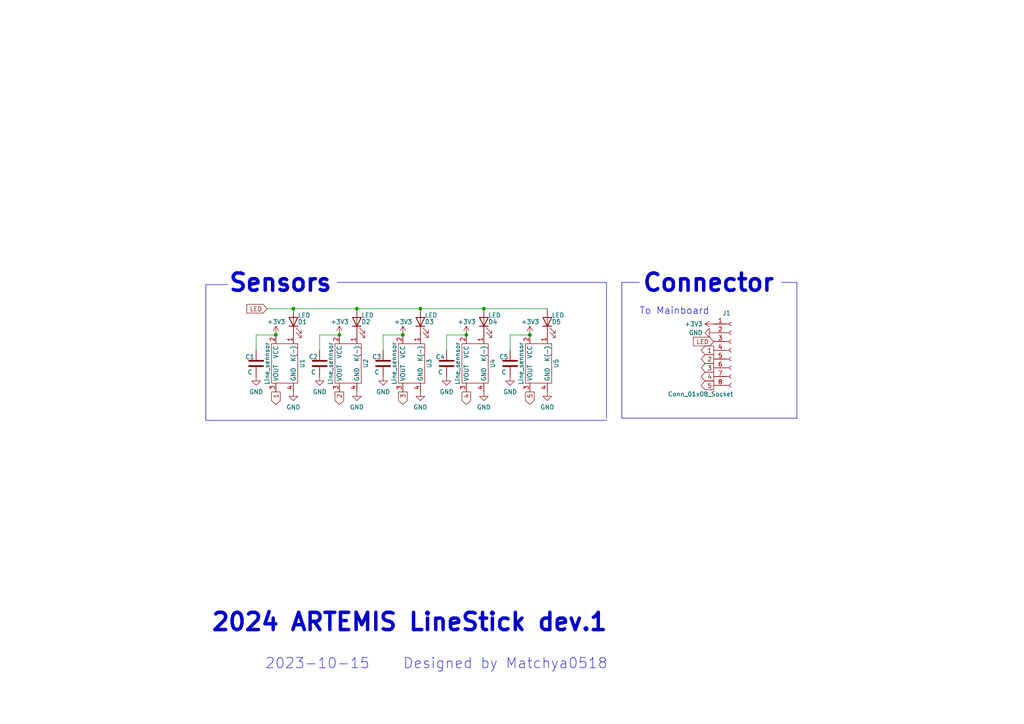
<source format=kicad_sch>
(kicad_sch (version 20230121) (generator eeschema)
  (paper "A4")
  (lib_symbols
    (symbol "Connector:Conn_01x08_Socket" (pin_names (offset 1.016) hide)
      (property "Reference" "J" (at 0 10.16 0))
      (property "Value" "Conn_01x08_Socket" (at 0 -12.7 0))
      (symbol "Conn_01x08_Socket_1_1"
        (arc (start 0 -9.652) (mid -0.5058 -10.16) (end 0 -10.668) (stroke (width 0.1524)))
        (arc (start 0 -7.112) (mid -0.5058 -7.62) (end 0 -8.128) (stroke (width 0.1524)))
        (arc (start 0 -4.572) (mid -0.5058 -5.08) (end 0 -5.588) (stroke (width 0.1524)))
        (arc (start 0 -2.032) (mid -0.5058 -2.54) (end 0 -3.048) (stroke (width 0.1524)))
        (polyline (pts (xy -1.27 -10.16) (xy -0.508 -10.16)) (stroke (width 0.1524)))
        (polyline (pts (xy -1.27 -7.62) (xy -0.508 -7.62)) (stroke (width 0.1524)))
        (polyline (pts (xy -1.27 -5.08) (xy -0.508 -5.08)) (stroke (width 0.1524)))
        (polyline (pts (xy -1.27 -2.54) (xy -0.508 -2.54)) (stroke (width 0.1524)))
        (polyline (pts (xy -1.27 0) (xy -0.508 0)) (stroke (width 0.1524)))
        (polyline (pts (xy -1.27 2.54) (xy -0.508 2.54)) (stroke (width 0.1524)))
        (polyline (pts (xy -1.27 5.08) (xy -0.508 5.08)) (stroke (width 0.1524)))
        (polyline (pts (xy -1.27 7.62) (xy -0.508 7.62)) (stroke (width 0.1524)))
        (arc (start 0 0.508) (mid -0.5058 0) (end 0 -0.508) (stroke (width 0.1524)))
        (arc (start 0 3.048) (mid -0.5058 2.54) (end 0 2.032) (stroke (width 0.1524)))
        (arc (start 0 5.588) (mid -0.5058 5.08) (end 0 4.572) (stroke (width 0.1524)))
        (arc (start 0 8.128) (mid -0.5058 7.62) (end 0 7.112) (stroke (width 0.1524)))
        (pin passive line (at -5.08 7.62 0) (length 3.81) (name "Pin_1") (number "1"))
        (pin passive line (at -5.08 5.08 0) (length 3.81) (name "Pin_2") (number "2"))
        (pin passive line (at -5.08 2.54 0) (length 3.81) (name "Pin_3") (number "3"))
        (pin passive line (at -5.08 0 0) (length 3.81) (name "Pin_4") (number "4"))
        (pin passive line (at -5.08 -2.54 0) (length 3.81) (name "Pin_5") (number "5"))
        (pin passive line (at -5.08 -5.08 0) (length 3.81) (name "Pin_6") (number "6"))
        (pin passive line (at -5.08 -7.62 0) (length 3.81) (name "Pin_7") (number "7"))
        (pin passive line (at -5.08 -10.16 0) (length 3.81) (name "Pin_8") (number "8"))
      )
    )
    (symbol "Device:C" (pin_numbers hide) (pin_names (offset 0.254))
      (property "Reference" "C" (at 0.635 2.54 0))
      (property "Value" "C" (at 0.635 -2.54 0))
      (symbol "C_0_1"
        (polyline (pts (xy -2.032 -0.762) (xy 2.032 -0.762)) (stroke (width 0.508)))
        (polyline (pts (xy -2.032 0.762) (xy 2.032 0.762)) (stroke (width 0.508)))
      )
      (symbol "C_1_1"
        (pin passive line (at 0 3.81 270) (length 2.794) (name "~") (number "1"))
        (pin passive line (at 0 -3.81 90) (length 2.794) (name "~") (number "2"))
      )
    )
    (symbol "Device:LED" (pin_numbers hide) (pin_names (offset 1.016) hide)
      (property "Reference" "D" (at 0 2.54 0))
      (property "Value" "LED" (at 0 -2.54 0))
      (symbol "LED_0_1"
        (polyline (pts (xy -1.27 -1.27) (xy -1.27 1.27)) (stroke (width 0.254)))
        (polyline (pts (xy -1.27 0) (xy 1.27 0)))
        (polyline (pts (xy 1.27 -1.27) (xy 1.27 1.27) (xy -1.27 0) (xy 1.27 -1.27)) (stroke (width 0.254)))
        (polyline (pts (xy -3.048 -0.762) (xy -4.572 -2.286) (xy -3.81 -2.286) (xy -4.572 -2.286) (xy -4.572 -1.524)))
        (polyline (pts (xy -1.778 -0.762) (xy -3.302 -2.286) (xy -2.54 -2.286) (xy -3.302 -2.286) (xy -3.302 -1.524)))
      )
      (symbol "LED_1_1"
        (pin passive line (at -3.81 0 0) (length 2.54) (name "K") (number "1"))
        (pin passive line (at 3.81 0 180) (length 2.54) (name "A") (number "2"))
      )
    )
    (symbol "Line_Sensor:Line_sennsor"
      (property "Reference" "U" (at 0 1.27 0))
      (property "Value" "Line_sennsor" (at 0 0 0))
      (symbol "Line_sennsor_0_1"
        (rectangle (start -6.35 -1.27) (end 5.08 -8.89))
      )
      (symbol "Line_sennsor_1_1"
        (pin bidirectional line (at -8.89 -2.54 0) (length 2.54) (name "K(-)") (number "1"))
        (pin bidirectional line (at -8.89 -7.62 0) (length 2.54) (name "VCC") (number "2"))
        (pin bidirectional line (at 7.62 -7.62 180) (length 2.54) (name "VOUT") (number "3"))
        (pin bidirectional line (at 7.62 -2.54 180) (length 2.54) (name "GND") (number "4"))
      )
    )
    (symbol "power:+3V3" (power) (pin_names (offset 0))
      (property "Value" "+3V3" (at 0 3.556 0))
      (symbol "+3V3_0_1"
        (polyline (pts (xy -0.762 1.27) (xy 0 2.54)))
        (polyline (pts (xy 0 0) (xy 0 2.54)))
        (polyline (pts (xy 0 2.54) (xy 0.762 1.27)))
      )
      (symbol "+3V3_1_1"
        (pin power_in line (at 0 0 90) (length 0) hide (name "+3V3") (number "1"))
      )
    )
    (symbol "power:GND" (power) (pin_names (offset 0))
      (property "Value" "GND" (at 0 -3.81 0))
      (symbol "GND_0_1"
        (polyline (pts (xy 0 0) (xy 0 -1.27) (xy 1.27 -1.27) (xy 0 -2.54) (xy -1.27 -1.27) (xy 0 -1.27)))
      )
      (symbol "GND_1_1"
        (pin power_in line (at 0 0 270) (length 0) hide (name "GND") (number "1"))
      )
    )
  )
  (junction (at 80.01 97.155))
  (junction (at 153.67 97.155))
  (junction (at 98.425 97.155))
  (junction (at 103.505 89.535))
  (junction (at 116.84 97.155))
  (junction (at 121.92 89.535))
  (junction (at 135.255 97.155))
  (junction (at 85.09 89.535))
  (junction (at 140.335 89.535))
  (wire (pts (xy 111.125 97.155) (xy 116.84 97.155)))
  (wire (pts (xy 74.295 97.155) (xy 80.01 97.155)))
  (polyline (pts (xy 97.79 81.915) (xy 175.895 81.915)))
  (wire (pts (xy 111.125 101.6) (xy 111.125 97.155)))
  (polyline (pts (xy 226.695 81.915) (xy 231.14 81.915)))
  (polyline (pts (xy 180.34 81.915) (xy 180.34 121.285)))
  (polyline (pts (xy 175.895 121.285) (xy 175.895 81.915)))
  (polyline (pts (xy 180.34 121.285) (xy 231.14 121.285)))
  (wire (pts (xy 103.505 89.535) (xy 121.92 89.535)))
  (wire (pts (xy 129.54 97.155) (xy 135.255 97.155)))
  (polyline (pts (xy 59.69 82.55) (xy 59.69 121.92)))
  (wire (pts (xy 92.71 97.155) (xy 98.425 97.155)))
  (wire (pts (xy 147.955 97.155) (xy 153.67 97.155)))
  (wire (pts (xy 129.54 101.6) (xy 129.54 97.155)))
  (wire (pts (xy 92.71 101.6) (xy 92.71 97.155)))
  (polyline (pts (xy 231.14 121.285) (xy 231.14 81.915)))
  (wire (pts (xy 74.295 101.6) (xy 74.295 97.155)))
  (polyline (pts (xy 66.04 82.55) (xy 59.69 82.55)))
  (wire (pts (xy 77.47 89.535) (xy 85.09 89.535)))
  (wire (pts (xy 121.92 89.535) (xy 140.335 89.535)))
  (polyline (pts (xy 185.42 81.915) (xy 180.34 81.915)))
  (polyline (pts (xy 59.69 121.92) (xy 175.895 121.92)))
  (wire (pts (xy 85.09 89.535) (xy 103.505 89.535)))
  (wire (pts (xy 140.335 89.535) (xy 158.75 89.535)))
  (wire (pts (xy 147.955 101.6) (xy 147.955 97.155)))
  (text "Designed by Matchya0518" (at 116.84 194.31 0) (effects (font (size 3 3)) (justify left bottom)))
  (text "Sensors" (at 66.04 85.09 0) (effects (font (size 5 5) bold) (justify left bottom)))
  (text "2023-10-15" (at 76.835 194.31 0) (effects (font (size 3 3)) (justify left bottom)))
  (text "2024 ARTEMIS LineStick dev.1" (at 60.96 183.515 0) (effects (font (size 5 5) (thickness 1) bold) (justify left bottom)))
  (text "To Mainboard" (at 185.42 91.44 0) (effects (font (size 2 2)) (justify left bottom)))
  (text "Connector" (at 186.055 85.09 0) (effects (font (size 5 5) (thickness 1) bold) (justify left bottom)))
  (global_label "4" (shape output) (at 135.255 113.665 270) (property "Intersheetrefs" "${INTERSHEET_REFS}" (effects hide)))
  (global_label "1" (shape output) (at 80.01 113.665 270) (property "Intersheetrefs" "${INTERSHEET_REFS}" (effects hide)))
  (global_label "LED" (shape input) (at 77.47 89.535 180) (property "Intersheetrefs" "${INTERSHEET_REFS}" (effects hide)))
  (global_label "5" (shape output) (at 207.01 111.76 180) (property "Intersheetrefs" "${INTERSHEET_REFS}" (effects hide)))
  (global_label "4" (shape output) (at 207.01 109.22 180) (property "Intersheetrefs" "${INTERSHEET_REFS}" (effects hide)))
  (global_label "5" (shape output) (at 153.67 113.665 270) (property "Intersheetrefs" "${INTERSHEET_REFS}" (effects hide)))
  (global_label "3" (shape output) (at 207.01 106.68 180) (property "Intersheetrefs" "${INTERSHEET_REFS}" (effects hide)))
  (global_label "2" (shape output) (at 207.01 104.14 180) (property "Intersheetrefs" "${INTERSHEET_REFS}" (effects hide)))
  (global_label "1" (shape output) (at 207.01 101.6 180) (property "Intersheetrefs" "${INTERSHEET_REFS}" (effects hide)))
  (global_label "2" (shape output) (at 98.425 113.665 270) (property "Intersheetrefs" "${INTERSHEET_REFS}" (effects hide)))
  (global_label "3" (shape output) (at 116.84 113.665 270) (property "Intersheetrefs" "${INTERSHEET_REFS}" (effects hide)))
  (global_label "LED" (shape input) (at 207.01 99.06 180) (property "Intersheetrefs" "${INTERSHEET_REFS}" (effects hide)))
  (symbol (lib_id "power:GND") (at 74.295 109.22 0) (unit 1)
    (property "Reference" "#PWR011" (effects hide))
    (property "Value" "GND" (at 74.295 113.665 0))
  )
  (symbol (lib_id "power:+3V3") (at 116.84 97.155 0) (unit 1)
    (property "Reference" "#PWR03" (effects hide))
    (property "Value" "+3V3" (at 114.3 93.345 0) (effects (justify left)))
  )
  (symbol (lib_id "Line_Sensor:Line_sennsor") (at 142.875 106.045 270) (unit 1)
    (property "Reference" "U4" (at 142.875 105.41 0))
    (property "Value" "Line_sennsor" (at 132.715 105.41 0))
  )
  (symbol (lib_id "Line_Sensor:Line_sennsor") (at 161.29 106.045 270) (unit 1)
    (property "Reference" "U5" (at 161.29 105.41 0))
    (property "Value" "Line_sennsor" (at 151.13 105.41 0))
  )
  (symbol (lib_id "Connector:Conn_01x08_Socket") (at 212.09 101.6 0) (unit 1)
    (property "Reference" "J1" (at 209.55 90.805 0) (effects (justify left)))
    (property "Value" "Conn_01x08_Socket" (at 193.675 114.3 0) (effects (justify left)))
  )
  (symbol (lib_id "Device:C") (at 147.955 105.41 0) (unit 1)
    (property "Reference" "C5" (at 144.78 103.505 0) (effects (justify left)))
    (property "Value" "C" (at 145.415 107.95 0) (effects (justify left)))
  )
  (symbol (lib_id "power:+3V3") (at 80.01 97.155 0) (unit 1)
    (property "Reference" "#PWR01" (effects hide))
    (property "Value" "+3V3" (at 77.47 93.345 0) (effects (justify left)))
  )
  (symbol (lib_id "Device:LED") (at 158.75 93.345 90) (unit 1)
    (property "Reference" "D5" (at 160.02 93.345 90) (effects (justify right)))
    (property "Value" "LED" (at 160.02 91.44 90) (effects (justify right)))
  )
  (symbol (lib_id "power:+3V3") (at 135.255 97.155 0) (unit 1)
    (property "Reference" "#PWR04" (effects hide))
    (property "Value" "+3V3" (at 132.715 93.345 0) (effects (justify left)))
  )
  (symbol (lib_id "Device:LED") (at 121.92 93.345 90) (unit 1)
    (property "Reference" "D3" (at 123.19 93.345 90) (effects (justify right)))
    (property "Value" "LED" (at 123.19 91.44 90) (effects (justify right)))
  )
  (symbol (lib_id "power:+3V3") (at 98.425 97.155 0) (unit 1)
    (property "Reference" "#PWR02" (effects hide))
    (property "Value" "+3V3" (at 95.885 93.345 0) (effects (justify left)))
  )
  (symbol (lib_id "power:GND") (at 129.54 109.22 0) (unit 1)
    (property "Reference" "#PWR014" (effects hide))
    (property "Value" "GND" (at 129.54 113.665 0))
  )
  (symbol (lib_id "Line_Sensor:Line_sennsor") (at 124.46 106.045 270) (unit 1)
    (property "Reference" "U3" (at 124.46 105.41 0))
    (property "Value" "Line_sennsor" (at 114.3 105.41 0))
  )
  (symbol (lib_id "Device:LED") (at 103.505 93.345 90) (unit 1)
    (property "Reference" "D2" (at 104.775 93.345 90) (effects (justify right)))
    (property "Value" "LED" (at 104.775 91.44 90) (effects (justify right)))
  )
  (symbol (lib_id "Line_Sensor:Line_sennsor") (at 106.045 106.045 270) (unit 1)
    (property "Reference" "U2" (at 106.045 105.41 0))
    (property "Value" "Line_sennsor" (at 95.885 105.41 0))
  )
  (symbol (lib_id "power:GND") (at 140.335 113.665 0) (unit 1)
    (property "Reference" "#PWR09" (effects hide))
    (property "Value" "GND" (at 140.335 118.11 0))
  )
  (symbol (lib_id "power:GND") (at 158.75 113.665 0) (unit 1)
    (property "Reference" "#PWR010" (effects hide))
    (property "Value" "GND" (at 158.75 118.11 0))
  )
  (symbol (lib_id "power:GND") (at 85.09 113.665 0) (unit 1)
    (property "Reference" "#PWR06" (effects hide))
    (property "Value" "GND" (at 85.09 118.11 0))
  )
  (symbol (lib_id "power:GND") (at 92.71 109.22 0) (unit 1)
    (property "Reference" "#PWR012" (effects hide))
    (property "Value" "GND" (at 92.71 113.665 0))
  )
  (symbol (lib_id "Device:C") (at 92.71 105.41 0) (unit 1)
    (property "Reference" "C2" (at 89.535 103.505 0) (effects (justify left)))
    (property "Value" "C" (at 90.17 107.95 0) (effects (justify left)))
  )
  (symbol (lib_id "power:GND") (at 147.955 109.22 0) (unit 1)
    (property "Reference" "#PWR015" (effects hide))
    (property "Value" "GND" (at 147.955 113.665 0))
  )
  (symbol (lib_id "power:GND") (at 111.125 109.22 0) (unit 1)
    (property "Reference" "#PWR013" (effects hide))
    (property "Value" "GND" (at 111.125 113.665 0))
  )
  (symbol (lib_id "Device:LED") (at 85.09 93.345 90) (unit 1)
    (property "Reference" "D1" (at 86.36 93.345 90) (effects (justify right)))
    (property "Value" "LED" (at 86.36 91.44 90) (effects (justify right)))
  )
  (symbol (lib_id "Line_Sensor:Line_sennsor") (at 87.63 106.045 270) (unit 1)
    (property "Reference" "U1" (at 87.63 105.41 0))
    (property "Value" "Line_sennsor" (at 77.47 105.41 0))
  )
  (symbol (lib_id "Device:C") (at 74.295 105.41 0) (unit 1)
    (property "Reference" "C1" (at 71.12 103.505 0) (effects (justify left)))
    (property "Value" "C" (at 71.755 107.95 0) (effects (justify left)))
  )
  (symbol (lib_id "power:GND") (at 207.01 96.52 270) (unit 1)
    (property "Reference" "#PWR017" (effects hide))
    (property "Value" "GND" (at 203.835 96.52 90) (effects (justify right)))
  )
  (symbol (lib_id "power:GND") (at 103.505 113.665 0) (unit 1)
    (property "Reference" "#PWR07" (effects hide))
    (property "Value" "GND" (at 103.505 118.11 0))
  )
  (symbol (lib_id "Device:LED") (at 140.335 93.345 90) (unit 1)
    (property "Reference" "D4" (at 141.605 93.345 90) (effects (justify right)))
    (property "Value" "LED" (at 141.605 91.44 90) (effects (justify right)))
  )
  (symbol (lib_id "power:+3V3") (at 153.67 97.155 0) (unit 1)
    (property "Reference" "#PWR05" (effects hide))
    (property "Value" "+3V3" (at 151.13 93.345 0) (effects (justify left)))
  )
  (symbol (lib_id "power:GND") (at 121.92 113.665 0) (unit 1)
    (property "Reference" "#PWR08" (effects hide))
    (property "Value" "GND" (at 121.92 118.11 0))
  )
  (symbol (lib_id "Device:C") (at 129.54 105.41 0) (unit 1)
    (property "Reference" "C4" (at 126.365 103.505 0) (effects (justify left)))
    (property "Value" "C" (at 127 107.95 0) (effects (justify left)))
  )
  (symbol (lib_id "power:+3V3") (at 207.01 93.98 90) (unit 1)
    (property "Reference" "#PWR016" (effects hide))
    (property "Value" "+3V3" (at 203.835 93.98 90) (effects (justify left)))
  )
  (symbol (lib_id "Device:C") (at 111.125 105.41 0) (unit 1)
    (property "Reference" "C3" (at 107.95 103.505 0) (effects (justify left)))
    (property "Value" "C" (at 108.585 107.95 0) (effects (justify left)))
  )
)
</source>
